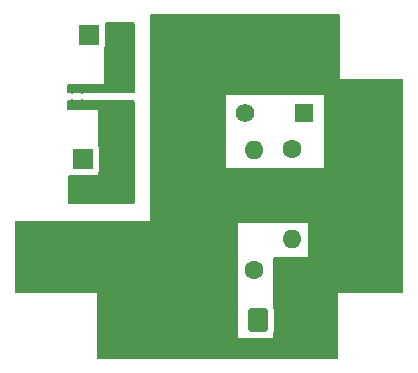
<source format=gbl>
G04 #@! TF.GenerationSoftware,KiCad,Pcbnew,(6.0.7-1)-1*
G04 #@! TF.CreationDate,2024-09-04T01:05:31+05:30*
G04 #@! TF.ProjectId,voltage_sensor,766f6c74-6167-4655-9f73-656e736f722e,rev?*
G04 #@! TF.SameCoordinates,Original*
G04 #@! TF.FileFunction,Copper,L2,Bot*
G04 #@! TF.FilePolarity,Positive*
%FSLAX46Y46*%
G04 Gerber Fmt 4.6, Leading zero omitted, Abs format (unit mm)*
G04 Created by KiCad (PCBNEW (6.0.7-1)-1) date 2024-09-04 01:05:31*
%MOMM*%
%LPD*%
G01*
G04 APERTURE LIST*
G04 Aperture macros list*
%AMRoundRect*
0 Rectangle with rounded corners*
0 $1 Rounding radius*
0 $2 $3 $4 $5 $6 $7 $8 $9 X,Y pos of 4 corners*
0 Add a 4 corners polygon primitive as box body*
4,1,4,$2,$3,$4,$5,$6,$7,$8,$9,$2,$3,0*
0 Add four circle primitives for the rounded corners*
1,1,$1+$1,$2,$3*
1,1,$1+$1,$4,$5*
1,1,$1+$1,$6,$7*
1,1,$1+$1,$8,$9*
0 Add four rect primitives between the rounded corners*
20,1,$1+$1,$2,$3,$4,$5,0*
20,1,$1+$1,$4,$5,$6,$7,0*
20,1,$1+$1,$6,$7,$8,$9,0*
20,1,$1+$1,$8,$9,$2,$3,0*%
G04 Aperture macros list end*
G04 #@! TA.AperFunction,ComponentPad*
%ADD10R,1.560000X1.560000*%
G04 #@! TD*
G04 #@! TA.AperFunction,ComponentPad*
%ADD11C,1.560000*%
G04 #@! TD*
G04 #@! TA.AperFunction,ComponentPad*
%ADD12RoundRect,0.250000X-0.600000X-0.750000X0.600000X-0.750000X0.600000X0.750000X-0.600000X0.750000X0*%
G04 #@! TD*
G04 #@! TA.AperFunction,ComponentPad*
%ADD13O,1.700000X2.000000*%
G04 #@! TD*
G04 #@! TA.AperFunction,ComponentPad*
%ADD14C,1.600000*%
G04 #@! TD*
G04 #@! TA.AperFunction,ComponentPad*
%ADD15O,1.600000X1.600000*%
G04 #@! TD*
G04 #@! TA.AperFunction,ComponentPad*
%ADD16R,1.700000X1.700000*%
G04 #@! TD*
G04 #@! TA.AperFunction,ComponentPad*
%ADD17O,1.700000X1.700000*%
G04 #@! TD*
G04 #@! TA.AperFunction,ViaPad*
%ADD18C,0.800000*%
G04 #@! TD*
G04 APERTURE END LIST*
D10*
X118745000Y-72161400D03*
D11*
X116245000Y-67161400D03*
X113745000Y-72161400D03*
D12*
X114828000Y-89670400D03*
D13*
X117328000Y-89670400D03*
D14*
X114528600Y-85420200D03*
D15*
X114528600Y-75260200D03*
D16*
X100025200Y-76073000D03*
D17*
X100025200Y-78613000D03*
D14*
X117729000Y-75209400D03*
D15*
X117729000Y-82829400D03*
D16*
X100533200Y-65532000D03*
D17*
X103073200Y-65532000D03*
D18*
X107340400Y-75412600D03*
X105664000Y-86055200D03*
X107492800Y-89128600D03*
X112039400Y-68808600D03*
X105664000Y-83921600D03*
X110007400Y-67716400D03*
X112039400Y-66700400D03*
X110007400Y-66700400D03*
X110998000Y-66700400D03*
X110998000Y-67716400D03*
X105664000Y-84988400D03*
X112039400Y-67716400D03*
X107492800Y-87477600D03*
X107340400Y-77063600D03*
X99085400Y-71424800D03*
X99923600Y-71424800D03*
X99110800Y-70129400D03*
X99949000Y-70129400D03*
G04 #@! TA.AperFunction,Conductor*
G36*
X104336121Y-64485202D02*
G01*
X104382614Y-64538858D01*
X104394000Y-64591200D01*
X104394000Y-70359000D01*
X104373998Y-70427121D01*
X104320342Y-70473614D01*
X104268000Y-70485000D01*
X98779600Y-70485000D01*
X98711479Y-70464998D01*
X98664986Y-70411342D01*
X98653600Y-70359000D01*
X98653600Y-69849000D01*
X98673602Y-69780879D01*
X98727258Y-69734386D01*
X98779600Y-69723000D01*
X101777800Y-69723000D01*
X101777800Y-66745421D01*
X101797802Y-66677300D01*
X101802974Y-66669856D01*
X101828429Y-66635891D01*
X101833815Y-66628705D01*
X101884945Y-66492316D01*
X101891700Y-66430134D01*
X101891700Y-64633866D01*
X101888543Y-64604807D01*
X101901070Y-64534927D01*
X101949391Y-64482910D01*
X102013806Y-64465200D01*
X104268000Y-64465200D01*
X104336121Y-64485202D01*
G37*
G04 #@! TD.AperFunction*
G04 #@! TA.AperFunction,Conductor*
G36*
X104336121Y-71089202D02*
G01*
X104382614Y-71142858D01*
X104394000Y-71195200D01*
X104394000Y-79706200D01*
X104373998Y-79774321D01*
X104320342Y-79820814D01*
X104268000Y-79832200D01*
X98906600Y-79832200D01*
X98838479Y-79812198D01*
X98791986Y-79758542D01*
X98780600Y-79706200D01*
X98780600Y-77519800D01*
X98800602Y-77451679D01*
X98854258Y-77405186D01*
X98906600Y-77393800D01*
X98959497Y-77393800D01*
X99003726Y-77401818D01*
X99057489Y-77421973D01*
X99057491Y-77421973D01*
X99064884Y-77424745D01*
X99072732Y-77425598D01*
X99072734Y-77425598D01*
X99123669Y-77431131D01*
X99127066Y-77431500D01*
X100923334Y-77431500D01*
X100926731Y-77431131D01*
X100977666Y-77425598D01*
X100977668Y-77425598D01*
X100985516Y-77424745D01*
X100992909Y-77421973D01*
X100992911Y-77421973D01*
X101046674Y-77401818D01*
X101090903Y-77393800D01*
X101295200Y-77393800D01*
X101295200Y-77252531D01*
X101315202Y-77184410D01*
X101320373Y-77176967D01*
X101320433Y-77176887D01*
X101320435Y-77176884D01*
X101325815Y-77169705D01*
X101376945Y-77033316D01*
X101383700Y-76971134D01*
X101383700Y-75174866D01*
X101376945Y-75112684D01*
X101325815Y-74976295D01*
X101320435Y-74969116D01*
X101320433Y-74969113D01*
X101320373Y-74969033D01*
X101320338Y-74968940D01*
X101316121Y-74961237D01*
X101317233Y-74960628D01*
X101295526Y-74902527D01*
X101295200Y-74893469D01*
X101295200Y-71882000D01*
X98779600Y-71882000D01*
X98711479Y-71861998D01*
X98664986Y-71808342D01*
X98653600Y-71756000D01*
X98653600Y-71195200D01*
X98673602Y-71127079D01*
X98727258Y-71080586D01*
X98779600Y-71069200D01*
X104268000Y-71069200D01*
X104336121Y-71089202D01*
G37*
G04 #@! TD.AperFunction*
G04 #@! TA.AperFunction,Conductor*
G36*
X121667021Y-63758332D02*
G01*
X121735137Y-63778345D01*
X121781622Y-63832008D01*
X121793000Y-63884332D01*
X121793000Y-69291200D01*
X127022161Y-69291200D01*
X127090282Y-69311202D01*
X127136775Y-69364858D01*
X127148161Y-69417176D01*
X127149492Y-76770652D01*
X127151385Y-87224577D01*
X127131395Y-87292702D01*
X127077748Y-87339204D01*
X127025385Y-87350600D01*
X121640600Y-87350600D01*
X121640600Y-92883240D01*
X121620598Y-92951361D01*
X121566942Y-92997854D01*
X121514364Y-93009240D01*
X113020977Y-92993274D01*
X101344763Y-92971326D01*
X101276680Y-92951196D01*
X101230288Y-92897453D01*
X101219000Y-92845326D01*
X101219000Y-91236800D01*
X113106200Y-91236800D01*
X116128800Y-91236800D01*
X116128800Y-90737303D01*
X116135207Y-90697636D01*
X116173632Y-90581788D01*
X116175797Y-90575261D01*
X116186500Y-90470800D01*
X116186500Y-88870000D01*
X116175526Y-88764234D01*
X116173345Y-88757698D01*
X116173343Y-88757687D01*
X116135277Y-88643591D01*
X116128800Y-88603715D01*
X116128800Y-84454000D01*
X116148802Y-84385879D01*
X116202458Y-84339386D01*
X116254800Y-84328000D01*
X119049800Y-84328000D01*
X119049800Y-81483200D01*
X113106200Y-81483200D01*
X113106200Y-91236800D01*
X101219000Y-91236800D01*
X101219000Y-87376000D01*
X94366531Y-87376000D01*
X94298410Y-87355998D01*
X94251917Y-87302342D01*
X94240531Y-87249725D01*
X94253319Y-81380325D01*
X94273470Y-81312248D01*
X94327227Y-81265873D01*
X94379319Y-81254600D01*
X105689400Y-81254600D01*
X105689400Y-76784200D01*
X112141000Y-76784200D01*
X120421400Y-76784200D01*
X120421400Y-70662800D01*
X112141000Y-70662800D01*
X112141000Y-76784200D01*
X105689400Y-76784200D01*
X105689400Y-63881846D01*
X105709402Y-63813725D01*
X105763058Y-63767232D01*
X105815420Y-63755846D01*
X121667021Y-63758332D01*
G37*
G04 #@! TD.AperFunction*
M02*

</source>
